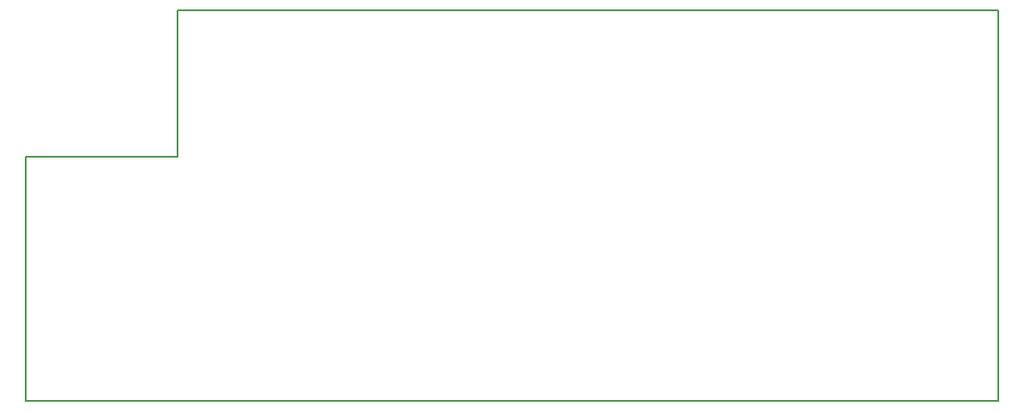
<source format=gko>
G04 Layer_Color=16711935*
%FSLAX24Y24*%
%MOIN*%
G70*
G01*
G75*
%ADD10C,0.0079*%
D10*
X32894Y30404D02*
Y39902D01*
X38799D01*
Y45610D01*
X70718D01*
X32894Y30404D02*
X70718D01*
Y45610D01*
M02*

</source>
